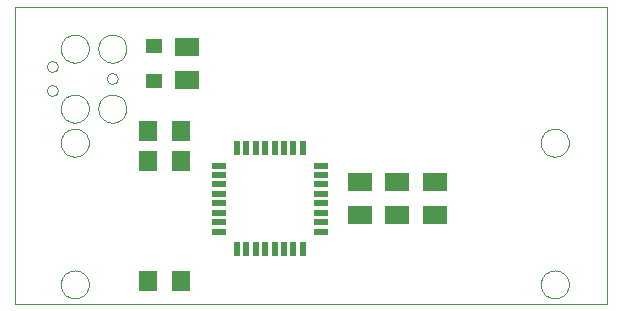
<source format=gbp>
G75*
G70*
%OFA0B0*%
%FSLAX24Y24*%
%IPPOS*%
%LPD*%
%AMOC8*
5,1,8,0,0,1.08239X$1,22.5*
%
%ADD10C,0.0000*%
%ADD11R,0.0500X0.0220*%
%ADD12R,0.0220X0.0500*%
%ADD13R,0.0787X0.0630*%
%ADD14R,0.0630X0.0709*%
%ADD15R,0.0551X0.0472*%
D10*
X000483Y000350D02*
X000483Y010221D01*
X020228Y010221D01*
X020228Y000350D01*
X000483Y000350D01*
X002018Y000988D02*
X002020Y001031D01*
X002026Y001073D01*
X002036Y001115D01*
X002049Y001156D01*
X002067Y001195D01*
X002088Y001233D01*
X002112Y001268D01*
X002139Y001301D01*
X002170Y001332D01*
X002203Y001359D01*
X002238Y001383D01*
X002276Y001404D01*
X002315Y001422D01*
X002356Y001435D01*
X002398Y001445D01*
X002440Y001451D01*
X002483Y001453D01*
X002526Y001451D01*
X002568Y001445D01*
X002610Y001435D01*
X002651Y001422D01*
X002690Y001404D01*
X002728Y001383D01*
X002763Y001359D01*
X002796Y001332D01*
X002827Y001301D01*
X002854Y001268D01*
X002878Y001233D01*
X002899Y001195D01*
X002917Y001156D01*
X002930Y001115D01*
X002940Y001073D01*
X002946Y001031D01*
X002948Y000988D01*
X002946Y000945D01*
X002940Y000903D01*
X002930Y000861D01*
X002917Y000820D01*
X002899Y000781D01*
X002878Y000743D01*
X002854Y000708D01*
X002827Y000675D01*
X002796Y000644D01*
X002763Y000617D01*
X002728Y000593D01*
X002690Y000572D01*
X002651Y000554D01*
X002610Y000541D01*
X002568Y000531D01*
X002526Y000525D01*
X002483Y000523D01*
X002440Y000525D01*
X002398Y000531D01*
X002356Y000541D01*
X002315Y000554D01*
X002276Y000572D01*
X002238Y000593D01*
X002203Y000617D01*
X002170Y000644D01*
X002139Y000675D01*
X002112Y000708D01*
X002088Y000743D01*
X002067Y000781D01*
X002049Y000820D01*
X002036Y000861D01*
X002026Y000903D01*
X002020Y000945D01*
X002018Y000988D01*
X002018Y005712D02*
X002020Y005755D01*
X002026Y005797D01*
X002036Y005839D01*
X002049Y005880D01*
X002067Y005919D01*
X002088Y005957D01*
X002112Y005992D01*
X002139Y006025D01*
X002170Y006056D01*
X002203Y006083D01*
X002238Y006107D01*
X002276Y006128D01*
X002315Y006146D01*
X002356Y006159D01*
X002398Y006169D01*
X002440Y006175D01*
X002483Y006177D01*
X002526Y006175D01*
X002568Y006169D01*
X002610Y006159D01*
X002651Y006146D01*
X002690Y006128D01*
X002728Y006107D01*
X002763Y006083D01*
X002796Y006056D01*
X002827Y006025D01*
X002854Y005992D01*
X002878Y005957D01*
X002899Y005919D01*
X002917Y005880D01*
X002930Y005839D01*
X002940Y005797D01*
X002946Y005755D01*
X002948Y005712D01*
X002946Y005669D01*
X002940Y005627D01*
X002930Y005585D01*
X002917Y005544D01*
X002899Y005505D01*
X002878Y005467D01*
X002854Y005432D01*
X002827Y005399D01*
X002796Y005368D01*
X002763Y005341D01*
X002728Y005317D01*
X002690Y005296D01*
X002651Y005278D01*
X002610Y005265D01*
X002568Y005255D01*
X002526Y005249D01*
X002483Y005247D01*
X002440Y005249D01*
X002398Y005255D01*
X002356Y005265D01*
X002315Y005278D01*
X002276Y005296D01*
X002238Y005317D01*
X002203Y005341D01*
X002170Y005368D01*
X002139Y005399D01*
X002112Y005432D01*
X002088Y005467D01*
X002067Y005505D01*
X002049Y005544D01*
X002036Y005585D01*
X002026Y005627D01*
X002020Y005669D01*
X002018Y005712D01*
X002016Y006850D02*
X002018Y006893D01*
X002024Y006936D01*
X002034Y006978D01*
X002048Y007019D01*
X002065Y007058D01*
X002086Y007096D01*
X002110Y007131D01*
X002138Y007165D01*
X002168Y007195D01*
X002202Y007223D01*
X002237Y007247D01*
X002275Y007268D01*
X002314Y007285D01*
X002355Y007299D01*
X002397Y007309D01*
X002440Y007315D01*
X002483Y007317D01*
X002526Y007315D01*
X002569Y007309D01*
X002611Y007299D01*
X002652Y007285D01*
X002691Y007268D01*
X002729Y007247D01*
X002764Y007223D01*
X002798Y007195D01*
X002828Y007165D01*
X002856Y007131D01*
X002880Y007096D01*
X002901Y007058D01*
X002918Y007019D01*
X002932Y006978D01*
X002942Y006936D01*
X002948Y006893D01*
X002950Y006850D01*
X002948Y006807D01*
X002942Y006764D01*
X002932Y006722D01*
X002918Y006681D01*
X002901Y006642D01*
X002880Y006604D01*
X002856Y006569D01*
X002828Y006535D01*
X002798Y006505D01*
X002764Y006477D01*
X002729Y006453D01*
X002691Y006432D01*
X002652Y006415D01*
X002611Y006401D01*
X002569Y006391D01*
X002526Y006385D01*
X002483Y006383D01*
X002440Y006385D01*
X002397Y006391D01*
X002355Y006401D01*
X002314Y006415D01*
X002275Y006432D01*
X002237Y006453D01*
X002202Y006477D01*
X002168Y006505D01*
X002138Y006535D01*
X002110Y006569D01*
X002086Y006604D01*
X002065Y006642D01*
X002048Y006681D01*
X002034Y006722D01*
X002024Y006764D01*
X002018Y006807D01*
X002016Y006850D01*
X001558Y007450D02*
X001560Y007476D01*
X001566Y007502D01*
X001575Y007526D01*
X001588Y007549D01*
X001605Y007569D01*
X001624Y007587D01*
X001646Y007602D01*
X001669Y007613D01*
X001694Y007621D01*
X001720Y007625D01*
X001746Y007625D01*
X001772Y007621D01*
X001797Y007613D01*
X001821Y007602D01*
X001842Y007587D01*
X001861Y007569D01*
X001878Y007549D01*
X001891Y007526D01*
X001900Y007502D01*
X001906Y007476D01*
X001908Y007450D01*
X001906Y007424D01*
X001900Y007398D01*
X001891Y007374D01*
X001878Y007351D01*
X001861Y007331D01*
X001842Y007313D01*
X001820Y007298D01*
X001797Y007287D01*
X001772Y007279D01*
X001746Y007275D01*
X001720Y007275D01*
X001694Y007279D01*
X001669Y007287D01*
X001645Y007298D01*
X001624Y007313D01*
X001605Y007331D01*
X001588Y007351D01*
X001575Y007374D01*
X001566Y007398D01*
X001560Y007424D01*
X001558Y007450D01*
X001558Y008250D02*
X001560Y008276D01*
X001566Y008302D01*
X001575Y008326D01*
X001588Y008349D01*
X001605Y008369D01*
X001624Y008387D01*
X001646Y008402D01*
X001669Y008413D01*
X001694Y008421D01*
X001720Y008425D01*
X001746Y008425D01*
X001772Y008421D01*
X001797Y008413D01*
X001821Y008402D01*
X001842Y008387D01*
X001861Y008369D01*
X001878Y008349D01*
X001891Y008326D01*
X001900Y008302D01*
X001906Y008276D01*
X001908Y008250D01*
X001906Y008224D01*
X001900Y008198D01*
X001891Y008174D01*
X001878Y008151D01*
X001861Y008131D01*
X001842Y008113D01*
X001820Y008098D01*
X001797Y008087D01*
X001772Y008079D01*
X001746Y008075D01*
X001720Y008075D01*
X001694Y008079D01*
X001669Y008087D01*
X001645Y008098D01*
X001624Y008113D01*
X001605Y008131D01*
X001588Y008151D01*
X001575Y008174D01*
X001566Y008198D01*
X001560Y008224D01*
X001558Y008250D01*
X002016Y008850D02*
X002018Y008893D01*
X002024Y008936D01*
X002034Y008978D01*
X002048Y009019D01*
X002065Y009058D01*
X002086Y009096D01*
X002110Y009131D01*
X002138Y009165D01*
X002168Y009195D01*
X002202Y009223D01*
X002237Y009247D01*
X002275Y009268D01*
X002314Y009285D01*
X002355Y009299D01*
X002397Y009309D01*
X002440Y009315D01*
X002483Y009317D01*
X002526Y009315D01*
X002569Y009309D01*
X002611Y009299D01*
X002652Y009285D01*
X002691Y009268D01*
X002729Y009247D01*
X002764Y009223D01*
X002798Y009195D01*
X002828Y009165D01*
X002856Y009131D01*
X002880Y009096D01*
X002901Y009058D01*
X002918Y009019D01*
X002932Y008978D01*
X002942Y008936D01*
X002948Y008893D01*
X002950Y008850D01*
X002948Y008807D01*
X002942Y008764D01*
X002932Y008722D01*
X002918Y008681D01*
X002901Y008642D01*
X002880Y008604D01*
X002856Y008569D01*
X002828Y008535D01*
X002798Y008505D01*
X002764Y008477D01*
X002729Y008453D01*
X002691Y008432D01*
X002652Y008415D01*
X002611Y008401D01*
X002569Y008391D01*
X002526Y008385D01*
X002483Y008383D01*
X002440Y008385D01*
X002397Y008391D01*
X002355Y008401D01*
X002314Y008415D01*
X002275Y008432D01*
X002237Y008453D01*
X002202Y008477D01*
X002168Y008505D01*
X002138Y008535D01*
X002110Y008569D01*
X002086Y008604D01*
X002065Y008642D01*
X002048Y008681D01*
X002034Y008722D01*
X002024Y008764D01*
X002018Y008807D01*
X002016Y008850D01*
X003266Y008850D02*
X003268Y008893D01*
X003274Y008936D01*
X003284Y008978D01*
X003298Y009019D01*
X003315Y009058D01*
X003336Y009096D01*
X003360Y009131D01*
X003388Y009165D01*
X003418Y009195D01*
X003452Y009223D01*
X003487Y009247D01*
X003525Y009268D01*
X003564Y009285D01*
X003605Y009299D01*
X003647Y009309D01*
X003690Y009315D01*
X003733Y009317D01*
X003776Y009315D01*
X003819Y009309D01*
X003861Y009299D01*
X003902Y009285D01*
X003941Y009268D01*
X003979Y009247D01*
X004014Y009223D01*
X004048Y009195D01*
X004078Y009165D01*
X004106Y009131D01*
X004130Y009096D01*
X004151Y009058D01*
X004168Y009019D01*
X004182Y008978D01*
X004192Y008936D01*
X004198Y008893D01*
X004200Y008850D01*
X004198Y008807D01*
X004192Y008764D01*
X004182Y008722D01*
X004168Y008681D01*
X004151Y008642D01*
X004130Y008604D01*
X004106Y008569D01*
X004078Y008535D01*
X004048Y008505D01*
X004014Y008477D01*
X003979Y008453D01*
X003941Y008432D01*
X003902Y008415D01*
X003861Y008401D01*
X003819Y008391D01*
X003776Y008385D01*
X003733Y008383D01*
X003690Y008385D01*
X003647Y008391D01*
X003605Y008401D01*
X003564Y008415D01*
X003525Y008432D01*
X003487Y008453D01*
X003452Y008477D01*
X003418Y008505D01*
X003388Y008535D01*
X003360Y008569D01*
X003336Y008604D01*
X003315Y008642D01*
X003298Y008681D01*
X003284Y008722D01*
X003274Y008764D01*
X003268Y008807D01*
X003266Y008850D01*
X003558Y007850D02*
X003560Y007876D01*
X003566Y007902D01*
X003575Y007926D01*
X003588Y007949D01*
X003605Y007969D01*
X003624Y007987D01*
X003646Y008002D01*
X003669Y008013D01*
X003694Y008021D01*
X003720Y008025D01*
X003746Y008025D01*
X003772Y008021D01*
X003797Y008013D01*
X003821Y008002D01*
X003842Y007987D01*
X003861Y007969D01*
X003878Y007949D01*
X003891Y007926D01*
X003900Y007902D01*
X003906Y007876D01*
X003908Y007850D01*
X003906Y007824D01*
X003900Y007798D01*
X003891Y007774D01*
X003878Y007751D01*
X003861Y007731D01*
X003842Y007713D01*
X003820Y007698D01*
X003797Y007687D01*
X003772Y007679D01*
X003746Y007675D01*
X003720Y007675D01*
X003694Y007679D01*
X003669Y007687D01*
X003645Y007698D01*
X003624Y007713D01*
X003605Y007731D01*
X003588Y007751D01*
X003575Y007774D01*
X003566Y007798D01*
X003560Y007824D01*
X003558Y007850D01*
X003266Y006850D02*
X003268Y006893D01*
X003274Y006936D01*
X003284Y006978D01*
X003298Y007019D01*
X003315Y007058D01*
X003336Y007096D01*
X003360Y007131D01*
X003388Y007165D01*
X003418Y007195D01*
X003452Y007223D01*
X003487Y007247D01*
X003525Y007268D01*
X003564Y007285D01*
X003605Y007299D01*
X003647Y007309D01*
X003690Y007315D01*
X003733Y007317D01*
X003776Y007315D01*
X003819Y007309D01*
X003861Y007299D01*
X003902Y007285D01*
X003941Y007268D01*
X003979Y007247D01*
X004014Y007223D01*
X004048Y007195D01*
X004078Y007165D01*
X004106Y007131D01*
X004130Y007096D01*
X004151Y007058D01*
X004168Y007019D01*
X004182Y006978D01*
X004192Y006936D01*
X004198Y006893D01*
X004200Y006850D01*
X004198Y006807D01*
X004192Y006764D01*
X004182Y006722D01*
X004168Y006681D01*
X004151Y006642D01*
X004130Y006604D01*
X004106Y006569D01*
X004078Y006535D01*
X004048Y006505D01*
X004014Y006477D01*
X003979Y006453D01*
X003941Y006432D01*
X003902Y006415D01*
X003861Y006401D01*
X003819Y006391D01*
X003776Y006385D01*
X003733Y006383D01*
X003690Y006385D01*
X003647Y006391D01*
X003605Y006401D01*
X003564Y006415D01*
X003525Y006432D01*
X003487Y006453D01*
X003452Y006477D01*
X003418Y006505D01*
X003388Y006535D01*
X003360Y006569D01*
X003336Y006604D01*
X003315Y006642D01*
X003298Y006681D01*
X003284Y006722D01*
X003274Y006764D01*
X003268Y006807D01*
X003266Y006850D01*
X018018Y005712D02*
X018020Y005755D01*
X018026Y005797D01*
X018036Y005839D01*
X018049Y005880D01*
X018067Y005919D01*
X018088Y005957D01*
X018112Y005992D01*
X018139Y006025D01*
X018170Y006056D01*
X018203Y006083D01*
X018238Y006107D01*
X018276Y006128D01*
X018315Y006146D01*
X018356Y006159D01*
X018398Y006169D01*
X018440Y006175D01*
X018483Y006177D01*
X018526Y006175D01*
X018568Y006169D01*
X018610Y006159D01*
X018651Y006146D01*
X018690Y006128D01*
X018728Y006107D01*
X018763Y006083D01*
X018796Y006056D01*
X018827Y006025D01*
X018854Y005992D01*
X018878Y005957D01*
X018899Y005919D01*
X018917Y005880D01*
X018930Y005839D01*
X018940Y005797D01*
X018946Y005755D01*
X018948Y005712D01*
X018946Y005669D01*
X018940Y005627D01*
X018930Y005585D01*
X018917Y005544D01*
X018899Y005505D01*
X018878Y005467D01*
X018854Y005432D01*
X018827Y005399D01*
X018796Y005368D01*
X018763Y005341D01*
X018728Y005317D01*
X018690Y005296D01*
X018651Y005278D01*
X018610Y005265D01*
X018568Y005255D01*
X018526Y005249D01*
X018483Y005247D01*
X018440Y005249D01*
X018398Y005255D01*
X018356Y005265D01*
X018315Y005278D01*
X018276Y005296D01*
X018238Y005317D01*
X018203Y005341D01*
X018170Y005368D01*
X018139Y005399D01*
X018112Y005432D01*
X018088Y005467D01*
X018067Y005505D01*
X018049Y005544D01*
X018036Y005585D01*
X018026Y005627D01*
X018020Y005669D01*
X018018Y005712D01*
X018018Y000988D02*
X018020Y001031D01*
X018026Y001073D01*
X018036Y001115D01*
X018049Y001156D01*
X018067Y001195D01*
X018088Y001233D01*
X018112Y001268D01*
X018139Y001301D01*
X018170Y001332D01*
X018203Y001359D01*
X018238Y001383D01*
X018276Y001404D01*
X018315Y001422D01*
X018356Y001435D01*
X018398Y001445D01*
X018440Y001451D01*
X018483Y001453D01*
X018526Y001451D01*
X018568Y001445D01*
X018610Y001435D01*
X018651Y001422D01*
X018690Y001404D01*
X018728Y001383D01*
X018763Y001359D01*
X018796Y001332D01*
X018827Y001301D01*
X018854Y001268D01*
X018878Y001233D01*
X018899Y001195D01*
X018917Y001156D01*
X018930Y001115D01*
X018940Y001073D01*
X018946Y001031D01*
X018948Y000988D01*
X018946Y000945D01*
X018940Y000903D01*
X018930Y000861D01*
X018917Y000820D01*
X018899Y000781D01*
X018878Y000743D01*
X018854Y000708D01*
X018827Y000675D01*
X018796Y000644D01*
X018763Y000617D01*
X018728Y000593D01*
X018690Y000572D01*
X018651Y000554D01*
X018610Y000541D01*
X018568Y000531D01*
X018526Y000525D01*
X018483Y000523D01*
X018440Y000525D01*
X018398Y000531D01*
X018356Y000541D01*
X018315Y000554D01*
X018276Y000572D01*
X018238Y000593D01*
X018203Y000617D01*
X018170Y000644D01*
X018139Y000675D01*
X018112Y000708D01*
X018088Y000743D01*
X018067Y000781D01*
X018049Y000820D01*
X018036Y000861D01*
X018026Y000903D01*
X018020Y000945D01*
X018018Y000988D01*
D11*
X010673Y002748D03*
X010673Y003063D03*
X010673Y003378D03*
X010673Y003693D03*
X010673Y004007D03*
X010673Y004322D03*
X010673Y004637D03*
X010673Y004952D03*
X007293Y004952D03*
X007293Y004637D03*
X007293Y004322D03*
X007293Y004007D03*
X007293Y003693D03*
X007293Y003378D03*
X007293Y003063D03*
X007293Y002748D03*
D12*
X007880Y002160D03*
X008195Y002160D03*
X008510Y002160D03*
X008825Y002160D03*
X009140Y002160D03*
X009455Y002160D03*
X009770Y002160D03*
X010085Y002160D03*
X010085Y005540D03*
X009770Y005540D03*
X009455Y005540D03*
X009140Y005540D03*
X008825Y005540D03*
X008510Y005540D03*
X008195Y005540D03*
X007880Y005540D03*
D13*
X006233Y007799D03*
X006233Y008901D03*
X011983Y004401D03*
X013233Y004401D03*
X014483Y004401D03*
X014483Y003299D03*
X013233Y003299D03*
X011983Y003299D03*
D14*
X006034Y005100D03*
X004931Y005100D03*
X004931Y006100D03*
X006034Y006100D03*
X006034Y001100D03*
X004931Y001100D03*
D15*
X005108Y007759D03*
X005108Y008941D03*
M02*

</source>
